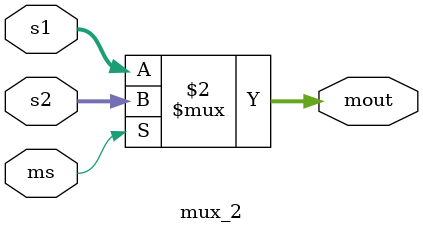
<source format=v>
module mux_2(
	input [31:0] s1,s2,
	input ms,
	output [31:0] mout
);

assign mout =  (ms == 1'b0) ? s1 : s2;

endmodule
</source>
